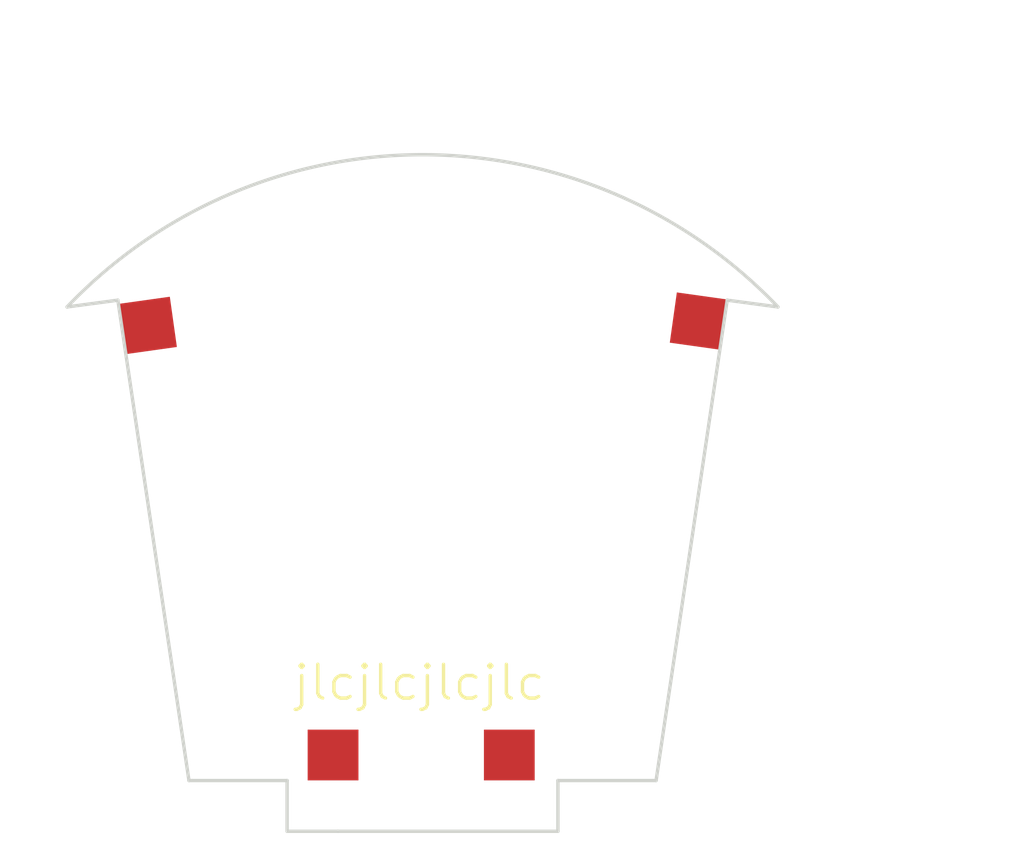
<source format=kicad_pcb>
(kicad_pcb (version 20240108) (generator "pcbnew") (generator_version "8.0")
  (layers (0 "F.Cu" signal) (31 "B.Cu" signal) (34 "B.Paste" user) (35 "F.Paste" user) (36 "B.SilkS" user "B.Silkscreen") (37 "F.SilkS" user "F.Silkscreen") (38 "B.Mask" user) (39 "F.Mask" user) (44 "Edge.Cuts" user))
  (net 0 "")
  (footprint "TestPoint:TestPoint_Pad_1.5x1.5mm" (layer "F.Cu") (at 143.598 106.457)
    (property "Reference" "REF**" (hide yes))
    (property "Value" "TestPoint_Pad_1.5x1.5mm")
    (pad "1" smd rect (at 0 0) (size 1.5 1.5) (layers "F.Cu" "F.Mask"))
  )
  (footprint "TestPoint:TestPoint_Pad_1.5x1.5mm" (layer "F.Cu") (at 132.93 93.757 -82)
    (property "Reference" "REF**" (hide yes))
    (property "Value" "TestPoint_Pad_1.5x1.5mm")
    (pad "1" smd rect (at 0 0 278) (size 1.5 1.5) (layers "F.Cu" "F.Mask"))
  )
  (footprint "TestPoint:TestPoint_Pad_1.5x1.5mm" (layer "F.Cu") (at 138.391 106.457)
    (property "Reference" "REF**" (hide yes))
    (property "Value" "TestPoint_Pad_1.5x1.5mm")
    (pad "1" smd rect (at 0 0) (size 1.5 1.5) (layers "F.Cu" "F.Mask"))
  )
  (footprint "TestPoint:TestPoint_Pad_1.5x1.5mm" (layer "F.Cu") (at 149.186 93.63 -8)
    (property "Reference" "REF**" (hide yes))
    (property "Value" "TestPoint_Pad_1.5x1.5mm")
    (pad "1" smd rect (at 0 0 352) (size 1.5 1.5) (layers "F.Cu" "F.Mask"))
  )
  (gr_line (start 145.034 107.212) (end 145.034 108.712) (stroke (width 0.1)) (layer "Edge.Cuts"))
  (gr_line (start 147.934 107.212) (end 145.034 107.212) (stroke (width 0.1)) (layer "Edge.Cuts"))
  (gr_line (start 151.534 93.212) (end 150.034 93.012) (stroke (width 0.1)) (layer "Edge.Cuts"))
  (gr_line (start 147.934 107.212) (end 150.034 93.012) (stroke (width 0.1)) (layer "Edge.Cuts"))
  (gr_line (start 137.034 107.212) (end 137.034 108.712) (stroke (width 0.1)) (layer "Edge.Cuts"))
  (gr_line (start 138.534 108.712) (end 137.034 108.712) (stroke (width 0.1)) (layer "Edge.Cuts"))
  (gr_line (start 132.034 93.012) (end 134.134 107.212) (stroke (width 0.1)) (layer "Edge.Cuts"))
  (gr_line (start 132.034 93.012) (end 130.534 93.212) (stroke (width 0.1)) (layer "Edge.Cuts"))
  (gr_line (start 145.034 108.712) (end 138.534 108.712) (stroke (width 0.1)) (layer "Edge.Cuts"))
  (gr_line (start 137.034 107.212) (end 134.134 107.212) (stroke (width 0.1)) (layer "Edge.Cuts"))
  (gr_arc (start 130.534 93.212) (mid 141.034 88.712) (end 151.534 93.212) (stroke (width 0.1)) (layer "Edge.Cuts"))
  (gr_text "jlcjlcjlcjlc" (at 137.16 104.902 0) (layer "F.SilkS") (effects (font (size 1 1) (thickness 0.1)) (justify left bottom)))
)
</source>
